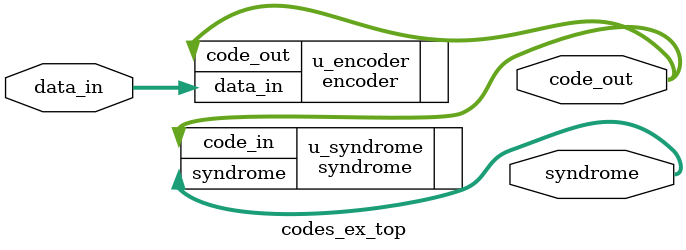
<source format=v>
`timescale 1ns / 1ps


module codes_ex_top(
        input [3:0] data_in, // all 4 data bits
        output [6:0] code_out,
        output [2:0] syndrome
    );
    
    encoder u_encoder (
        .data_in(data_in),
        .code_out(code_out)
    );
    
    syndrome u_syndrome (
        .code_in(code_out),
        .syndrome(syndrome)
    );
    
endmodule

</source>
